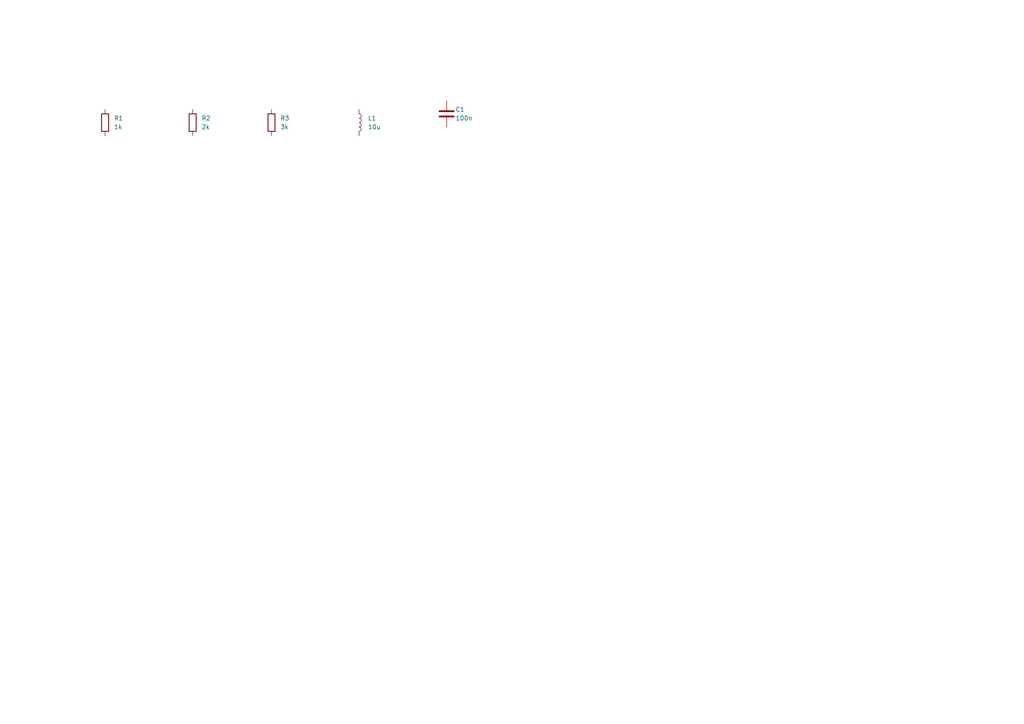
<source format=kicad_sch>
(kicad_sch (version 20250114) (generator "circuit_synth") (generator_version "0.8.36")
  (paper "A4")
  (title_block (title "complex_net_circuit"))
  (lib_symbols
    (symbol "Device:R" (pin_numbers (hide yes)) (pin_names (offset 0))
      (property "Reference" "R" (at 2.032 0 90))
      (property "Value" "R" (at 0 0 90))
      (symbol "R_0_1"
        (rectangle (start -1.016 -2.54) (end 1.016 2.54) (stroke (width 0.254)))
      )
      (symbol "R_1_1"
        (pin passive line (at 0 3.81 270) (length 1.27) (name "~") (number "1"))
        (pin passive line (at 0 -3.81 90) (length 1.27) (name "~") (number "2"))
      )
    )
    (symbol "Device:C" (pin_numbers (hide yes)) (pin_names (offset 0.254))
      (property "Reference" "C" (at 0.635 2.54 0))
      (property "Value" "C" (at 0.635 -2.54 0))
      (symbol "C_0_1"
        (polyline (pts (xy -2.032 0.762) (xy 2.032 0.762)) (stroke (width 0.508)))
        (polyline (pts (xy -2.032 -0.762) (xy 2.032 -0.762)) (stroke (width 0.508)))
      )
      (symbol "C_1_1"
        (pin passive line (at 0 3.81 270) (length 2.794) (name "~") (number "1"))
        (pin passive line (at 0 -3.81 90) (length 2.794) (name "~") (number "2"))
      )
    )
    (symbol "Device:L" (pin_numbers (hide yes)) (pin_names (offset 1.016) (hide yes))
      (property "Reference" "L" (at -1.27 0 90))
      (property "Value" "L" (at 1.905 0 90))
      (symbol "L_0_1"
        (arc (start 0 2.54) (mid 0.6323 1.905) (end 0 1.27))
        (arc (start 0 1.27) (mid 0.6323 0.635) (end 0 0))
        (arc (start 0 0) (mid 0.6323 -0.635) (end 0 -1.27))
        (arc (start 0 -1.27) (mid 0.6323 -1.905) (end 0 -2.54))
      )
      (symbol "L_1_1"
        (pin passive line (at 0 3.81 270) (length 1.27) (name "1") (number "1"))
        (pin passive line (at 0 -3.81 90) (length 1.27) (name "2") (number "2"))
      )
    )
  )
  (symbol (lib_id "Device:R") (at 30.48 35.56 0) (unit 1)
    (property "Reference" "R1" (at 33.02 34.2899 0) (effects (justify left)))
    (property "Value" "1k" (at 33.02 36.8299 0) (effects (justify left)))
    (property "Footprint" "Resistor_SMD:R_0603_1608Metric" (effects (hide yes)))
    (property "hierarchy_path" "/194fb133-cf35-4487-85c9-cfb34c0c787f" (effects (hide yes)))
    (property "project_name" "complex_net_circuit" (effects (hide yes)))
    (property "root_uuid" "194fb133-cf35-4487-85c9-cfb34c0c787f" (effects (hide yes)))
  )
  (symbol (lib_id "Device:R") (at 55.88 35.56 0) (unit 1)
    (property "Reference" "R2" (at 58.42 34.2899 0) (effects (justify left)))
    (property "Value" "2k" (at 58.42 36.8299 0) (effects (justify left)))
    (property "Footprint" "Resistor_SMD:R_0603_1608Metric" (effects (hide yes)))
    (property "hierarchy_path" "/194fb133-cf35-4487-85c9-cfb34c0c787f" (effects (hide yes)))
    (property "project_name" "complex_net_circuit" (effects (hide yes)))
    (property "root_uuid" "194fb133-cf35-4487-85c9-cfb34c0c787f" (effects (hide yes)))
  )
  (symbol (lib_id "Device:R") (at 78.74 35.56 0) (unit 1)
    (property "Reference" "R3" (at 81.28 34.2899 0) (effects (justify left)))
    (property "Value" "3k" (at 81.28 36.8299 0) (effects (justify left)))
    (property "Footprint" "Resistor_SMD:R_0603_1608Metric" (effects (hide yes)))
    (property "hierarchy_path" "/194fb133-cf35-4487-85c9-cfb34c0c787f" (effects (hide yes)))
    (property "project_name" "complex_net_circuit" (effects (hide yes)))
    (property "root_uuid" "194fb133-cf35-4487-85c9-cfb34c0c787f" (effects (hide yes)))
  )
  (symbol (lib_id "Device:C") (at 129.54 33.02 0) (unit 1)
    (property "Reference" "C1" (at 132.08 31.7499 0) (effects (justify left)))
    (property "Value" "100n" (at 132.08 34.2899 0) (effects (justify left)))
    (property "Footprint" "Capacitor_SMD:C_0603_1608Metric" (effects (hide yes)))
    (property "hierarchy_path" "/194fb133-cf35-4487-85c9-cfb34c0c787f" (effects (hide yes)))
    (property "project_name" "complex_net_circuit" (effects (hide yes)))
    (property "root_uuid" "194fb133-cf35-4487-85c9-cfb34c0c787f" (effects (hide yes)))
  )
  (symbol (lib_id "Device:L") (at 104.14 35.56 0) (unit 1)
    (property "Reference" "L1" (at 106.68 34.2899 0) (effects (justify left)))
    (property "Value" "10u" (at 106.68 36.8299 0) (effects (justify left)))
    (property "Footprint" "Inductor_SMD:L_0603_1608Metric" (effects (hide yes)))
    (property "hierarchy_path" "/194fb133-cf35-4487-85c9-cfb34c0c787f" (effects (hide yes)))
    (property "project_name" "complex_net_circuit" (effects (hide yes)))
    (property "root_uuid" "194fb133-cf35-4487-85c9-cfb34c0c787f" (effects (hide yes)))
  )
)
</source>
